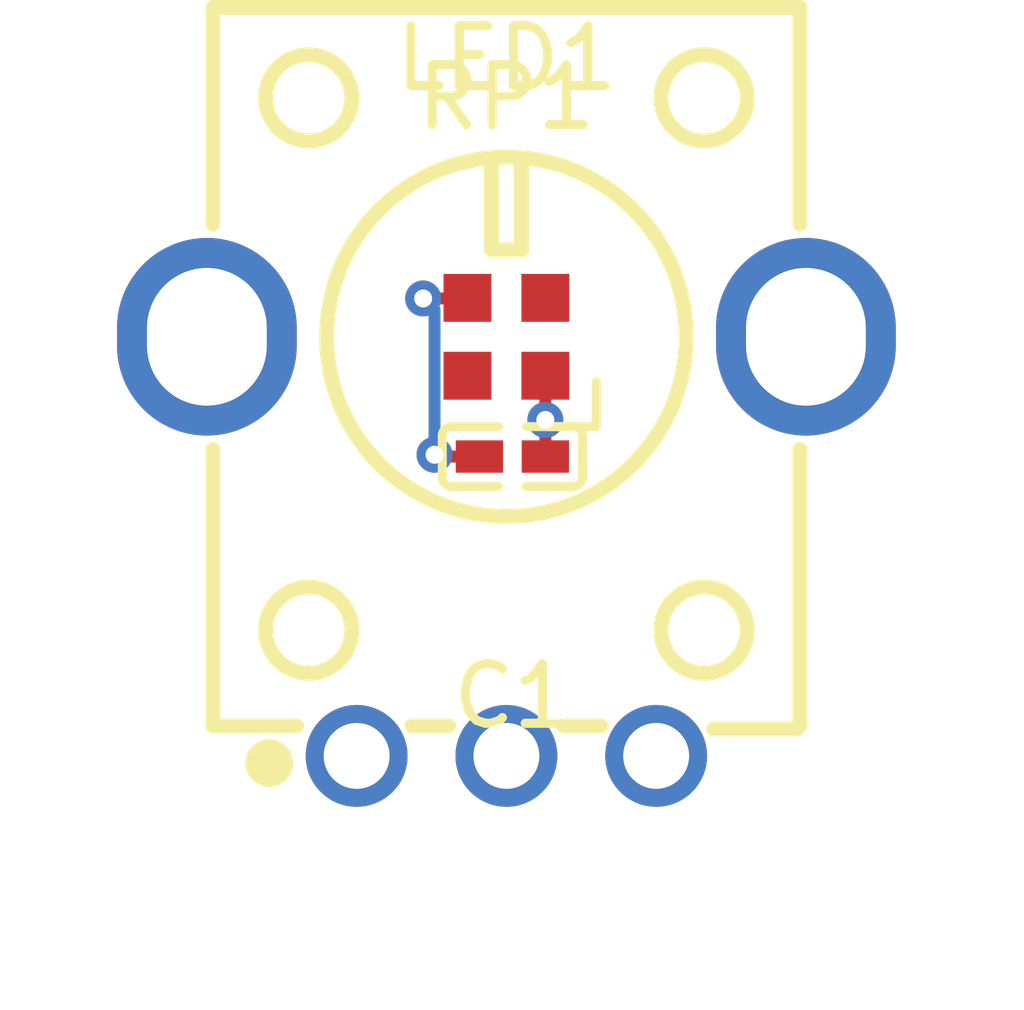
<source format=kicad_pcb>
(kicad_pcb (version 20241229) (generator "pcbnew") (generator_version "9.0")
  (layers (0 "F.Cu" signal) (2 "B.Cu" signal) (13 "F.Paste" user) (15 "B.Paste" user) (5 "F.SilkS" user "F.Silkscreen") (7 "B.SilkS" user "B.Silkscreen") (1 "F.Mask" user) (3 "B.Mask" user) (25 "Edge.Cuts" user))
  (net 0 "")
  (net 1 "DOUT")
  (net 2 "hv")
  (net 3 "potentiometer_high")
  (net 4 "line")
  (net 5 "DIN")
  (net 6 "potentiometer_low")
  (net 7 "gnd")
  (footprint "Samsung_Electro_Mechanics_CL05B104KO5NNNC:C0402" (layer "F.Cu") (at 0.1 2 180)
    (property "Reference" "C1" (at 0 -4 0) (layer "F.SilkS") (hide no))
    (property "Value" "100nF ±10% 16V X7R")
    (fp_line (start 1.02 -0.5) (end 0.23 -0.5) (stroke (width 0.15)) (layer "F.SilkS"))
    (fp_line (start 0.23 0.5) (end 1.02 0.5) (stroke (width 0.15)) (layer "F.SilkS"))
    (fp_line (start 1.17 0.35) (end 1.17 -0.35) (stroke (width 0.15)) (layer "F.SilkS"))
    (fp_line (start -1.02 -0.5) (end -0.23 -0.5) (stroke (width 0.15)) (layer "F.SilkS"))
    (fp_line (start -0.23 0.5) (end -1.02 0.5) (stroke (width 0.15)) (layer "F.SilkS"))
    (fp_line (start -1.17 0.35) (end -1.17 -0.35) (stroke (width 0.15)) (layer "F.SilkS"))
    (fp_arc (start 1.17 0.35) (mid 1.1260660171779822 0.456066017177982) (end 1.02 0.4999999999999999) (stroke (width 0.15)) (layer "F.SilkS"))
    (fp_arc (start 1.02 -0.5) (mid 1.1260660171779822 -0.4560660171779821) (end 1.17 -0.35) (stroke (width 0.15)) (layer "F.SilkS"))
    (fp_arc (start -1.17 0.35) (mid -1.1260660171779822 0.456066017177982) (end -1.02 0.4999999999999999) (stroke (width 0.15)) (layer "F.SilkS"))
    (fp_arc (start -1.02 -0.5) (mid -1.1260660171779822 -0.4560660171779821) (end -1.17 -0.35) (stroke (width 0.15)) (layer "F.SilkS"))
    (fp_text user "${REFERENCE}" (at 0 -4 0) (layer "F.SilkS"))
    (pad "2" smd rect (at 0.55 0 180) (size 0.79 0.54) (layers "F.Cu" "F.Paste" "F.Mask") (net 7 "gnd"))
    (pad "1" smd rect (at -0.55 0 180) (size 0.79 0.54) (layers "F.Cu" "F.Paste" "F.Mask") (net 2 "hv"))
  )
  (footprint "ALPSALPINE_RK09K1130D62:RES-TH_RK09K1130AAU" (layer "F.Cu") (at 0 3.5 0)
    (property "Reference" "RP1" (at 0 -7.5 0) (layer "F.SilkS") (hide no))
    (property "Value" "")
    (fp_line (start -4.9 -9) (end -4.9 -5.38) (stroke (width 0.25)) (layer "F.SilkS"))
    (fp_line (start -4.9 -9) (end 4.9 -9) (stroke (width 0.25)) (layer "F.SilkS"))
    (fp_line (start -4.9 -1.62) (end -4.9 3) (stroke (width 0.25)) (layer "F.SilkS"))
    (fp_line (start -4.9 3) (end -3.5 3) (stroke (width 0.25)) (layer "F.SilkS"))
    (fp_line (start -1.58 3) (end -0.96 3) (stroke (width 0.25)) (layer "F.SilkS"))
    (fp_line (start -0.25 -6.48) (end -0.25 -4.95) (stroke (width 0.25)) (layer "F.SilkS"))
    (fp_line (start -0.25 -4.95) (end 0.25 -4.95) (stroke (width 0.25)) (layer "F.SilkS"))
    (fp_line (start 0.25 -4.95) (end 0.25 -6.48) (stroke (width 0.25)) (layer "F.SilkS"))
    (fp_line (start 0.96 3) (end 1.58 3) (stroke (width 0.25)) (layer "F.SilkS"))
    (fp_line (start 4.86 3.05) (end 3.46 3.05) (stroke (width 0.25)) (layer "F.SilkS"))
    (fp_line (start 4.9 -9) (end 4.9 -5.38) (stroke (width 0.25)) (layer "F.SilkS"))
    (fp_line (start 4.9 -1.62) (end 4.9 3) (stroke (width 0.25)) (layer "F.SilkS"))
    (fp_circle (center -3.96 3.62) (end -3.76 3.62) (stroke (width 0.4)) (fill no) (layer "F.SilkS"))
    (fp_circle (center -3.3 -7.49) (end -2.58 -7.49) (stroke (width 0.25)) (fill no) (layer "F.SilkS"))
    (fp_circle (center -3.3 1.4) (end -2.58 1.4) (stroke (width 0.25)) (fill no) (layer "F.SilkS"))
    (fp_circle (center 0 -3.5) (end 3 -3.5) (stroke (width 0.25)) (fill no) (layer "F.SilkS"))
    (fp_circle (center 3.3 -7.49) (end 4.02 -7.49) (stroke (width 0.25)) (fill no) (layer "F.SilkS"))
    (fp_circle (center 3.3 1.4) (end 4.02 1.4) (stroke (width 0.25)) (fill no) (layer "F.SilkS"))
    (fp_text user "${REFERENCE}" (at 0 -7.5 0) (layer "F.SilkS"))
    (pad "1" thru_hole circle (at -2.5 3.5 0) (size 1.7 1.7) (drill 1.100023) (layers "*.Cu" "*.Mask") (net 3 "potentiometer_high"))
    (pad "2" thru_hole circle (at 0 3.5 0) (size 1.7 1.7) (drill 1.100023) (layers "*.Cu" "*.Mask") (net 4 "line"))
    (pad "3" thru_hole circle (at 2.5 3.5 0) (size 1.7 1.7) (drill 1.100023) (layers "*.Cu" "*.Mask") (net 6 "potentiometer_low"))
    (pad "4" thru_hole oval (at 5 -3.5 0) (size 3 3.3) (drill oval 1.999996 2.300021) (layers "*.Cu" "*.Mask") (net 7 "gnd"))
    (pad "5" thru_hole oval (at -5 -3.5 0) (size 3 3.3) (drill oval 1.999996 2.300021) (layers "*.Cu" "*.Mask") (net 7 "gnd"))
  )
  (footprint "OPSCO_SK6805_EC20:LED-SMD_4P-L2.0-W2.0-BR" (layer "F.Cu") (at 0 0 0)
    (property "Reference" "LED1" (at 0 -4.65 0) (layer "F.SilkS") (hide no))
    (property "Value" "")
    (fp_line (start 0.7 1.5) (end 1.5 1.5) (stroke (width 0.15)) (layer "F.SilkS"))
    (fp_line (start 1.5 1.5) (end 1.5 0.75) (stroke (width 0.15)) (layer "F.SilkS"))
    (fp_text user "${REFERENCE}" (at 0 -4.65 0) (layer "F.SilkS"))
    (pad "1" smd rect (at 0.65 0.65 0) (size 0.8 0.8) (layers "F.Cu" "F.Mask" "F.Paste") (net 2 "hv"))
    (pad "2" smd rect (at 0.65 -0.65 0) (size 0.8 0.8) (layers "F.Cu" "F.Mask" "F.Paste") (net 1 "DOUT"))
    (pad "3" smd rect (at -0.65 -0.65 0) (size 0.8 0.8) (layers "F.Cu" "F.Mask" "F.Paste") (net 7 "gnd"))
    (pad "4" smd rect (at -0.65 0.65 0) (size 0.8 0.8) (layers "F.Cu" "F.Mask" "F.Paste") (net 5 "DIN"))
  )
  (via (at 0.65 1.39) (size 0.6) (drill 0.3) (layers "F.Cu" "B.Cu") (net 2))
  (via (at -1.2 1.97) (size 0.6) (drill 0.3) (layers "F.Cu" "B.Cu") (net 7))
  (via (at -1.39 -0.64) (size 0.6) (drill 0.3) (layers "F.Cu" "B.Cu") (net 7))
  (segment (start 0.65 1.39) (end 0.65 0.65) (width 0.2) (net 2) (layer "F.Cu"))
  (segment (start 0.65 2) (end 0.65 1.39) (width 0.2) (net 2) (layer "F.Cu"))
  (segment (start -0.45 2) (end -1.17 2) (width 0.2) (net 7) (layer "F.Cu"))
  (segment (start -0.66 -0.64) (end -0.65 -0.65) (width 0.2) (net 7) (layer "F.Cu"))
  (segment (start -1.39 -0.64) (end -0.66 -0.64) (width 0.2) (net 7) (layer "F.Cu"))
  (segment (start -1.17 2) (end -1.2 1.97) (width 0.2) (net 7) (layer "F.Cu"))
  (segment (start -1.2 1.97) (end -1.2 -0.45) (width 0.2) (net 7) (layer "B.Cu"))
  (segment (start -1.2 -0.45) (end -1.39 -0.64) (width 0.2) (net 7) (layer "B.Cu"))
)
</source>
